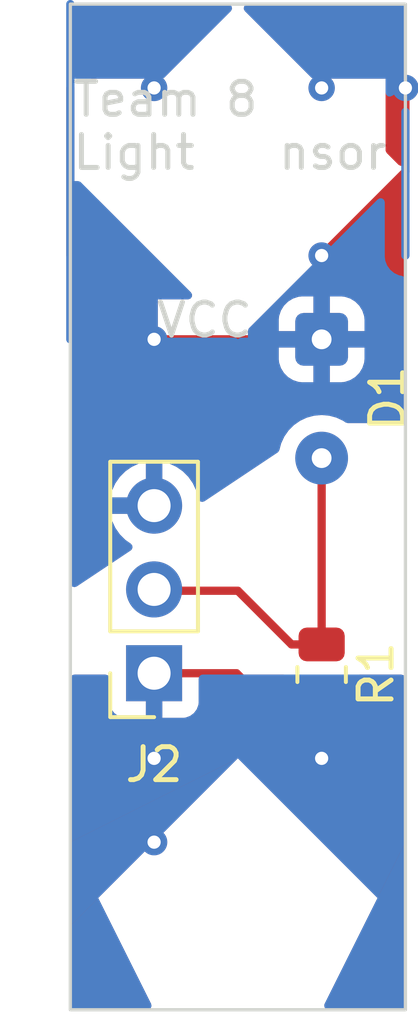
<source format=kicad_pcb>
(kicad_pcb (version 20221018) (generator pcbnew)
  (layers (0 "F.Cu" signal) (31 "B.Cu" signal) (34 "B.Paste" user) (35 "F.Paste" user) (36 "B.SilkS" user "B.Silkscreen") (37 "F.SilkS" user "F.Silkscreen") (38 "B.Mask" user) (39 "F.Mask" user) (44 "Edge.Cuts" user))
  (net 0 "")
  (net 1 "Net-(D1-A)")
  (net 2 "GND")
  (net 3 "3.3V")
  (footprint "MountingHole:MountingHole_2.7mm" (layer "F.Cu") (at 147.32 96.52)
    (fp_text reference "H2" hide)
    (fp_text value "MountingHole" hide)
    (pad "" np_thru_hole circle (at 0 0) (size 2.7 2.7) (drill 2.7) (layers "*.Cu" "*.Mask"))
  )
  (footprint "Connector_Wire:SolderWire-0.1sqmm_1x02_P3.6mm_D0.4mm_OD1mm" (layer "F.Cu") (at 149.86 78.74 -90)
    (fp_text reference "D1" (at 1.8 -2 -90) (layer "F.SilkS"))
    (fp_text value "D_Photo")
    (pad "1" thru_hole roundrect (at 0 0 270) (size 1.6 1.6) (drill 0.6) (layers "*.Cu" "*.Mask") (roundrect_rratio 0.15625) (net 3 "3.3V"))
    (pad "2" thru_hole circle (at 3.6 0 270) (size 1.6 1.6) (drill 0.6) (layers "*.Cu" "*.Mask") (net 1 "Net-(D1-A)"))
  )
  (footprint "MountingHole:MountingHole_2.7mm" (layer "F.Cu") (at 147.32 73.66)
    (fp_text reference "H1" hide)
    (fp_text value "MountingHole" hide)
    (pad "" np_thru_hole circle (at 0 0) (size 2.7 2.7) (drill 2.7) (layers "*.Cu" "*.Mask"))
  )
  (footprint "Connector_PinSocket_2.54mm:PinSocket_1x03_P2.54mm_Vertical" (layer "F.Cu") (at 144.78 88.86 180)
    (fp_text reference "J2" (at 0 -2.77) (layer "F.SilkS"))
    (fp_text value "Conn_01x03")
    (fp_line (start -1.33 1.27) (end -1.33 6.41) (stroke (width 0.12)) (layer "F.SilkS"))
    (fp_line (start -1.33 1.27) (end 1.33 1.27) (stroke (width 0.12)) (layer "F.SilkS"))
    (fp_line (start -1.33 6.41) (end 1.33 6.41) (stroke (width 0.12)) (layer "F.SilkS"))
    (fp_line (start 0 -1.33) (end 1.33 -1.33) (stroke (width 0.12)) (layer "F.SilkS"))
    (fp_line (start 1.33 -1.33) (end 1.33 0) (stroke (width 0.12)) (layer "F.SilkS"))
    (fp_line (start 1.33 1.27) (end 1.33 6.41) (stroke (width 0.12)) (layer "F.SilkS"))
    (pad "1" thru_hole rect (at 0 0 180) (size 1.7 1.7) (drill 1) (layers "*.Cu" "*.Mask") (net 2 "GND"))
    (pad "2" thru_hole oval (at 0 2.54 180) (size 1.7 1.7) (drill 1) (layers "*.Cu" "*.Mask") (net 1 "Net-(D1-A)"))
    (pad "3" thru_hole oval (at 0 5.08 180) (size 1.7 1.7) (drill 1) (layers "*.Cu" "*.Mask") (net 3 "3.3V"))
  )
  (footprint "Resistor_SMD:R_0805_2012Metric" (layer "F.Cu") (at 149.86 88.9 -90)
    (fp_text reference "R1" (at 0 -1.65 90) (layer "F.SilkS"))
    (fp_text value "10k" hide)
    (fp_line (start -0.227064 -0.735) (end 0.227064 -0.735) (stroke (width 0.12)) (layer "F.SilkS"))
    (fp_line (start -0.227064 0.735) (end 0.227064 0.735) (stroke (width 0.12)) (layer "F.SilkS"))
    (pad "1" smd roundrect (at -0.9125 0 270) (size 1.025 1.4) (layers "F.Cu" "F.Paste" "F.Mask") (roundrect_rratio 0.243902439) (net 1 "Net-(D1-A)"))
    (pad "2" smd roundrect (at 0.9125 0 270) (size 1.025 1.4) (layers "F.Cu" "F.Paste" "F.Mask") (roundrect_rratio 0.243902439) (net 2 "GND"))
  )
  (gr_rect (start 142.24 68.58) (end 152.4 99.06) (stroke (width 0.1)) (fill none) (layer "Edge.Cuts"))
  (gr_text "Team 8\nLight Sensor" (at 142.24 73.66) (layer "Edge.Cuts") (effects (font (size 1 1)) (justify left bottom)))
  (gr_text "VCC" (at 144.78 78.74) (layer "Edge.Cuts") (effects (font (size 1 1)) (justify left bottom)))
  (segment (start 142.24 71.12) (end 142.24 76.2) (width 0.25) (layer "F.Cu") (net 0))
  (segment (start 152.4 76.2) (end 152.4 71.845) (width 0.25) (layer "B.Cu") (net 0))
  (segment (start 149.86 82.34) (end 149.86 87.9875) (width 0.25) (layer "F.Cu") (net 1))
  (segment (start 149.86 87.9875) (end 148.9475 87.9875) (width 0.25) (layer "F.Cu") (net 1))
  (segment (start 147.32 86.36) (end 144.78 86.36) (width 0.25) (layer "F.Cu") (net 1))
  (segment (start 148.9475 87.9875) (end 147.32 86.36) (width 0.25) (layer "F.Cu") (net 1))
  (segment (start 147.28 88.86) (end 144.78 88.86) (width 0.25) (layer "F.Cu") (net 2))
  (segment (start 144.78 88.86) (end 144.78 91.44) (width 0.25) (layer "F.Cu") (net 2))
  (segment (start 149.86 89.8125) (end 149.86 91.44) (width 0.25) (layer "F.Cu") (net 2))
  (segment (start 149.86 89.8125) (end 148.2325 89.8125) (width 0.25) (layer "F.Cu") (net 2))
  (segment (start 144.78 91.44) (end 144.78 93.98) (width 0.25) (layer "F.Cu") (net 2))
  (segment (start 148.2325 89.8125) (end 147.28 88.86) (width 0.25) (layer "F.Cu") (net 2))
  (via (at 144.78 91.44) (size 0.8) (drill 0.4) (layers "F.Cu" "B.Cu") (net 2))
  (via (at 144.78 93.98) (size 0.8) (drill 0.4) (layers "F.Cu" "B.Cu") (net 2))
  (via (at 149.86 91.44) (size 0.8) (drill 0.4) (layers "F.Cu" "B.Cu") (net 2))
  (segment (start 144.78 83.86) (end 144.78 78.74) (width 0.25) (layer "F.Cu") (net 3))
  (segment (start 144.78 78.74) (end 149.86 78.74) (width 0.25) (layer "F.Cu") (net 3))
  (segment (start 149.86 76.2) (end 152.4 73.66) (width 0.25) (layer "F.Cu") (net 3))
  (segment (start 152.4 73.66) (end 152.4 71.12) (width 0.25) (layer "F.Cu") (net 3))
  (segment (start 149.86 78.74) (end 149.86 76.2) (width 0.25) (layer "F.Cu") (net 3))
  (via (at 152.4 71.12) (size 0.8) (drill 0.4) (layers "F.Cu" "B.Cu") (net 3))
  (via (at 149.86 71.12) (size 0.8) (drill 0.4) (layers "F.Cu" "B.Cu") (net 3))
  (via (at 149.86 76.2) (size 0.8) (drill 0.4) (layers "F.Cu" "B.Cu") (net 3))
  (via (at 144.78 78.74) (size 0.8) (drill 0.4) (layers "F.Cu" "B.Cu") (net 3))
  (via (at 144.78 71.12) (size 0.8) (drill 0.4) (layers "F.Cu" "B.Cu") (net 3))
  (segment (start 142.24 68.58) (end 142.24 78.74) (width 0.25) (layer "B.Cu") (net 3))
  (zone (net 2) (net_name "GND") (layer "F.Cu") (priority 8) (connect_pads (clearance 0.5)) (min_thickness 0.25) (fill yes (thermal_gap 0.5) (thermal_bridge_width 0.5))
    (polygon (pts (xy 152.4 93.98) (xy 147.32 91.44) (xy 147.32 88.9) (xy 152.4 88.9)))
  )
  (zone (net 3) (net_name "3.3V") (layer "F.Cu") (priority 4) (connect_pads (clearance 0.5)) (min_thickness 0.25) (fill yes (thermal_gap 0.5) (thermal_bridge_width 0.5))
    (polygon (pts (xy 142.24 73.66) (xy 149.86 81.28) (xy 142.24 86.36)))
  )
  (zone (net 2) (net_name "GND") (layer "F.Cu") (priority 9) (connect_pads (clearance 0.5)) (min_thickness 0.25) (fill yes (thermal_gap 0.5) (thermal_bridge_width 0.5))
    (polygon (pts (xy 142.24 88.9) (xy 147.32 88.9) (xy 147.32 91.44) (xy 142.24 96.52)))
  )
  (zone (net 3) (net_name "3.3V") (layer "F.Cu") (connect_pads (clearance 0.5)) (min_thickness 0.25) (fill yes (thermal_gap 0.5) (thermal_bridge_width 0.5))
    (polygon (pts (xy 142.24 68.58) (xy 142.24 73.66) (xy 147.32 68.58)))
  )
  (zone (net 2) (net_name "GND") (layer "F.Cu") (priority 6) (connect_pads (clearance 0.5)) (min_thickness 0.25) (fill yes (thermal_gap 0.5) (thermal_bridge_width 0.5))
    (polygon (pts (xy 144.78 99.06) (xy 142.24 93.98) (xy 142.24 99.06)))
  )
  (zone (net 3) (net_name "3.3V") (layer "F.Cu") (priority 5) (connect_pads (clearance 0.5)) (min_thickness 0.25) (fill yes (thermal_gap 0.5) (thermal_bridge_width 0.5))
    (polygon (pts (xy 152.4 73.66) (xy 147.32 78.74) (xy 149.86 81.28) (xy 152.4 81.28)))
  )
  (zone (net 3) (net_name "3.3V") (layer "F.Cu") (priority 1) (connect_pads (clearance 0.5)) (min_thickness 0.25) (fill yes (thermal_gap 0.5) (thermal_bridge_width 0.5))
    (polygon (pts (xy 147.32 68.58) (xy 152.4 73.66) (xy 152.4 68.58)))
  )
  (zone (net 2) (net_name "GND") (layer "F.Cu") (priority 10) (connect_pads (clearance 0.5)) (min_thickness 0.25) (fill yes (thermal_gap 0.5) (thermal_bridge_width 0.5))
    (polygon (pts (xy 147.32 91.44) (xy 152.4 96.52) (xy 152.4 93.98)))
  )
  (zone (net 2) (net_name "GND") (layer "F.Cu") (priority 7) (connect_pads (clearance 0.5)) (min_thickness 0.25) (fill yes (thermal_gap 0.5) (thermal_bridge_width 0.5))
    (polygon (pts (xy 149.86 99.06) (xy 152.4 99.06) (xy 152.4 93.98)))
  )
  (zone (net 3) (net_name "3.3V") (layer "B.Cu") (priority 2) (connect_pads (clearance 0.5)) (min_thickness 0.25) (fill yes (thermal_gap 0.5) (thermal_bridge_width 0.5))
    (polygon (pts (xy 142.24 68.58) (xy 142.24 73.66) (xy 147.32 68.58)))
  )
  (zone (net 2) (net_name "GND") (layer "B.Cu") (priority 12) (connect_pads (clearance 0.5)) (min_thickness 0.25) (fill yes (thermal_gap 0.5) (thermal_bridge_width 0.5))
    (polygon (pts (xy 142.24 88.9) (xy 142.24 99.06) (xy 144.78 99.06) (xy 142.24 93.98) (xy 147.32 91.44) (xy 152.4 96.52) (xy 152.4 88.9)))
  )
  (zone (net 3) (net_name "3.3V") (layer "B.Cu") (priority 11) (connect_pads (clearance 0.5)) (min_thickness 0.25) (fill yes (thermal_gap 0.5) (thermal_bridge_width 0.5))
    (polygon (pts (xy 142.24 73.66) (xy 142.24 86.36) (xy 149.86 81.28) (xy 152.4 81.28) (xy 152.4 73.66) (xy 147.32 78.74)))
  )
  (zone (net 2) (net_name "GND") (layer "B.Cu") (priority 14) (connect_pads (clearance 0.5)) (min_thickness 0.25) (fill yes (thermal_gap 0.5) (thermal_bridge_width 0.5))
    (polygon (pts (xy 152.4 99.06) (xy 149.86 99.06) (xy 152.4 93.98)))
  )
  (zone (net 2) (net_name "GND") (layer "B.Cu") (priority 13) (connect_pads (clearance 0.5)) (min_thickness 0.25) (fill yes (thermal_gap 0.5) (thermal_bridge_width 0.5))
    (polygon (pts (xy 142.24 96.52) (xy 147.32 91.44) (xy 142.24 93.98)))
  )
  (zone (net 3) (net_name "3.3V") (layer "B.Cu") (priority 3) (connect_pads (clearance 0.5)) (min_thickness 0.25) (fill yes (thermal_gap 0.5) (thermal_bridge_width 0.5))
    (polygon (pts (xy 147.32 68.58) (xy 152.4 73.66) (xy 152.4 68.58)))
  )
)
</source>
